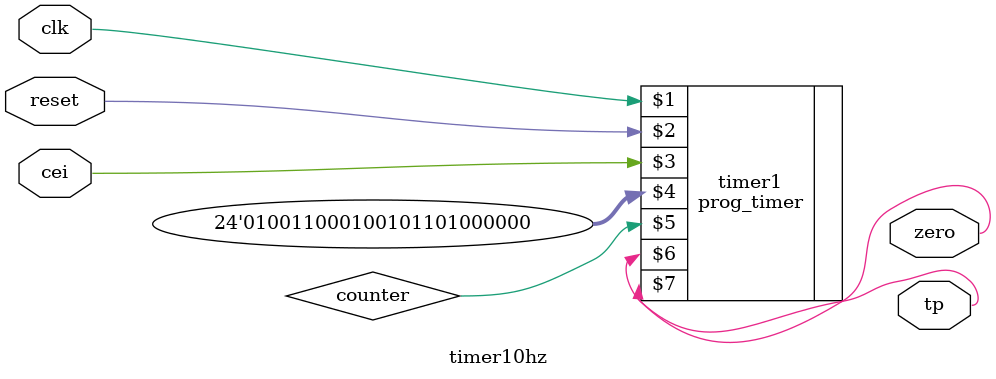
<source format=v>
`timescale 1ns / 1ps
module timer10hz(zero, tp, clk, cei, reset);
		output zero, tp;
		input clk, reset, cei;

prog_timer timer1(clk, reset, cei, 24'd5000000, counter, zero, tp); 


endmodule

</source>
